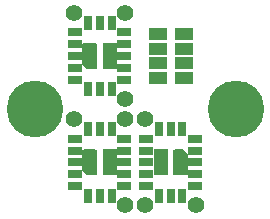
<source format=gbr>
G04 #@! TF.GenerationSoftware,KiCad,Pcbnew,(5.1.0-0)*
G04 #@! TF.CreationDate,2019-06-18T08:50:15-07:00*
G04 #@! TF.ProjectId,airdata,61697264-6174-4612-9e6b-696361645f70,rev?*
G04 #@! TF.SameCoordinates,Original*
G04 #@! TF.FileFunction,Soldermask,Top*
G04 #@! TF.FilePolarity,Negative*
%FSLAX46Y46*%
G04 Gerber Fmt 4.6, Leading zero omitted, Abs format (unit mm)*
G04 Created by KiCad (PCBNEW (5.1.0-0)) date 2019-06-18 08:50:15*
%MOMM*%
%LPD*%
G04 APERTURE LIST*
%ADD10C,1.100000*%
%ADD11C,4.800000*%
%ADD12R,1.300000X2.200000*%
%ADD13C,0.500000*%
%ADD14C,0.100000*%
%ADD15C,1.400000*%
%ADD16R,0.800000X1.150000*%
%ADD17R,1.150000X0.800000*%
%ADD18R,1.500000X1.000000*%
G04 APERTURE END LIST*
D10*
X50666726Y-51833274D03*
X49500000Y-51350000D03*
X48333274Y-51833274D03*
X47850000Y-53000000D03*
X48333274Y-54166726D03*
X49500000Y-54650000D03*
X50666726Y-54166726D03*
X51150000Y-53000000D03*
D11*
X49500000Y-53000000D03*
D10*
X33666726Y-51833274D03*
X32500000Y-51350000D03*
X31333274Y-51833274D03*
X30850000Y-53000000D03*
X31333274Y-54166726D03*
X32500000Y-54650000D03*
X33666726Y-54166726D03*
X34150000Y-53000000D03*
D11*
X32500000Y-53000000D03*
D12*
X38850000Y-48500000D03*
D13*
X37150000Y-48500000D03*
D14*
G36*
X36503843Y-47560982D02*
G01*
X36515224Y-47523463D01*
X36533706Y-47488886D01*
X36558579Y-47458579D01*
X36588886Y-47433706D01*
X36623463Y-47415224D01*
X36660982Y-47403843D01*
X36700000Y-47400000D01*
X37600000Y-47400000D01*
X37639018Y-47403843D01*
X37676537Y-47415224D01*
X37711114Y-47433706D01*
X37741421Y-47458579D01*
X37766294Y-47488886D01*
X37784776Y-47523463D01*
X37796157Y-47560982D01*
X37800000Y-47600000D01*
X37800000Y-49400000D01*
X37796157Y-49439018D01*
X37784776Y-49476537D01*
X37766294Y-49511114D01*
X37741421Y-49541421D01*
X37711114Y-49566294D01*
X37676537Y-49584776D01*
X37639018Y-49596157D01*
X37600000Y-49600000D01*
X37000000Y-49600000D01*
X36960982Y-49596157D01*
X36923463Y-49584776D01*
X36888886Y-49566294D01*
X36858579Y-49541421D01*
X36558579Y-49241421D01*
X36533706Y-49211114D01*
X36515224Y-49176537D01*
X36503843Y-49139018D01*
X36500000Y-49100000D01*
X36500000Y-47600000D01*
X36503843Y-47560982D01*
X36503843Y-47560982D01*
G37*
D15*
X40150000Y-52150000D03*
X40150000Y-44850000D03*
X35850000Y-44850000D03*
D16*
X37000000Y-51325000D03*
X38000000Y-51325000D03*
X39000000Y-51325000D03*
X39000000Y-45675000D03*
X38000000Y-45675000D03*
X37000000Y-45675000D03*
D17*
X40075000Y-50500000D03*
X40075000Y-49500000D03*
X40075000Y-48500000D03*
X40075000Y-47500000D03*
X40075000Y-46500000D03*
X35925000Y-46500000D03*
X35925000Y-47500000D03*
X35925000Y-48500000D03*
X35925000Y-49500000D03*
X35925000Y-50500000D03*
D12*
X38850000Y-57500000D03*
D13*
X37150000Y-57500000D03*
D14*
G36*
X36503843Y-56560982D02*
G01*
X36515224Y-56523463D01*
X36533706Y-56488886D01*
X36558579Y-56458579D01*
X36588886Y-56433706D01*
X36623463Y-56415224D01*
X36660982Y-56403843D01*
X36700000Y-56400000D01*
X37600000Y-56400000D01*
X37639018Y-56403843D01*
X37676537Y-56415224D01*
X37711114Y-56433706D01*
X37741421Y-56458579D01*
X37766294Y-56488886D01*
X37784776Y-56523463D01*
X37796157Y-56560982D01*
X37800000Y-56600000D01*
X37800000Y-58400000D01*
X37796157Y-58439018D01*
X37784776Y-58476537D01*
X37766294Y-58511114D01*
X37741421Y-58541421D01*
X37711114Y-58566294D01*
X37676537Y-58584776D01*
X37639018Y-58596157D01*
X37600000Y-58600000D01*
X37000000Y-58600000D01*
X36960982Y-58596157D01*
X36923463Y-58584776D01*
X36888886Y-58566294D01*
X36858579Y-58541421D01*
X36558579Y-58241421D01*
X36533706Y-58211114D01*
X36515224Y-58176537D01*
X36503843Y-58139018D01*
X36500000Y-58100000D01*
X36500000Y-56600000D01*
X36503843Y-56560982D01*
X36503843Y-56560982D01*
G37*
D15*
X40150000Y-61150000D03*
X40150000Y-53850000D03*
X35850000Y-53850000D03*
D16*
X37000000Y-60325000D03*
X38000000Y-60325000D03*
X39000000Y-60325000D03*
X39000000Y-54675000D03*
X38000000Y-54675000D03*
X37000000Y-54675000D03*
D17*
X40075000Y-59500000D03*
X40075000Y-58500000D03*
X40075000Y-57500000D03*
X40075000Y-56500000D03*
X40075000Y-55500000D03*
X35925000Y-55500000D03*
X35925000Y-56500000D03*
X35925000Y-57500000D03*
X35925000Y-58500000D03*
X35925000Y-59500000D03*
X46075000Y-55500000D03*
X46075000Y-56500000D03*
X46075000Y-57500000D03*
X46075000Y-58500000D03*
X46075000Y-59500000D03*
X41925000Y-59500000D03*
X41925000Y-58500000D03*
X41925000Y-57500000D03*
X41925000Y-56500000D03*
X41925000Y-55500000D03*
D16*
X45000000Y-60325000D03*
X44000000Y-60325000D03*
X43000000Y-60325000D03*
X43000000Y-54675000D03*
X44000000Y-54675000D03*
X45000000Y-54675000D03*
D15*
X46150000Y-61150000D03*
X41850000Y-61150000D03*
X41850000Y-53850000D03*
D13*
X44850000Y-57500000D03*
D14*
G36*
X45496157Y-58439018D02*
G01*
X45484776Y-58476537D01*
X45466294Y-58511114D01*
X45441421Y-58541421D01*
X45411114Y-58566294D01*
X45376537Y-58584776D01*
X45339018Y-58596157D01*
X45300000Y-58600000D01*
X44400000Y-58600000D01*
X44360982Y-58596157D01*
X44323463Y-58584776D01*
X44288886Y-58566294D01*
X44258579Y-58541421D01*
X44233706Y-58511114D01*
X44215224Y-58476537D01*
X44203843Y-58439018D01*
X44200000Y-58400000D01*
X44200000Y-56600000D01*
X44203843Y-56560982D01*
X44215224Y-56523463D01*
X44233706Y-56488886D01*
X44258579Y-56458579D01*
X44288886Y-56433706D01*
X44323463Y-56415224D01*
X44360982Y-56403843D01*
X44400000Y-56400000D01*
X45000000Y-56400000D01*
X45039018Y-56403843D01*
X45076537Y-56415224D01*
X45111114Y-56433706D01*
X45141421Y-56458579D01*
X45441421Y-56758579D01*
X45466294Y-56788886D01*
X45484776Y-56823463D01*
X45496157Y-56860982D01*
X45500000Y-56900000D01*
X45500000Y-58400000D01*
X45496157Y-58439018D01*
X45496157Y-58439018D01*
G37*
D12*
X43150000Y-57500000D03*
D18*
X42900000Y-47875000D03*
X42900000Y-46625000D03*
X42900000Y-49125000D03*
X42900000Y-50375000D03*
X45100000Y-50375000D03*
X45100000Y-49125000D03*
X45100000Y-46625000D03*
X45100000Y-47875000D03*
M02*

</source>
